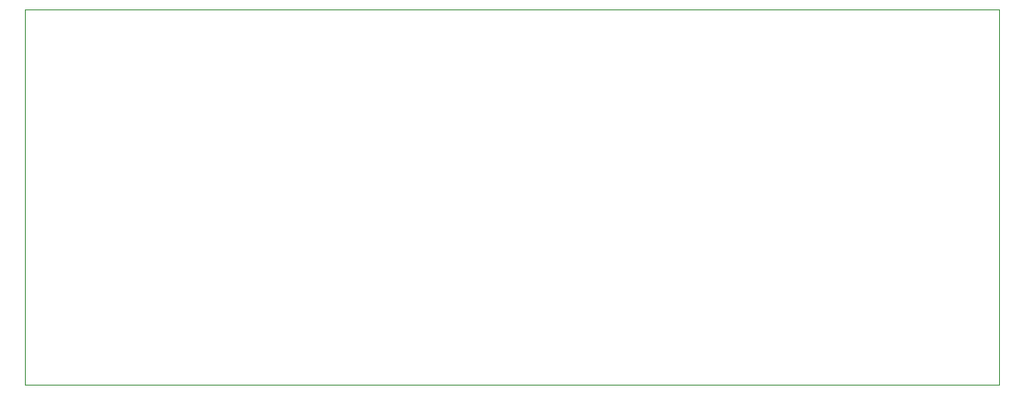
<source format=gbr>
%TF.GenerationSoftware,KiCad,Pcbnew,7.0.11-7.0.11~ubuntu22.04.1*%
%TF.CreationDate,2024-11-05T12:08:31+02:00*%
%TF.ProjectId,USB_Magic_Hub_Interface,5553425f-4d61-4676-9963-5f4875625f49,rev?*%
%TF.SameCoordinates,PX1036640PYe4e1c0*%
%TF.FileFunction,Profile,NP*%
%FSLAX46Y46*%
G04 Gerber Fmt 4.6, Leading zero omitted, Abs format (unit mm)*
G04 Created by KiCad (PCBNEW 7.0.11-7.0.11~ubuntu22.04.1) date 2024-11-05 12:08:31*
%MOMM*%
%LPD*%
G01*
G04 APERTURE LIST*
%TA.AperFunction,Profile*%
%ADD10C,0.100000*%
%TD*%
G04 APERTURE END LIST*
D10*
X0Y0D02*
X96000000Y0D01*
X96000000Y-37000000D01*
X0Y-37000000D01*
X0Y0D01*
M02*

</source>
